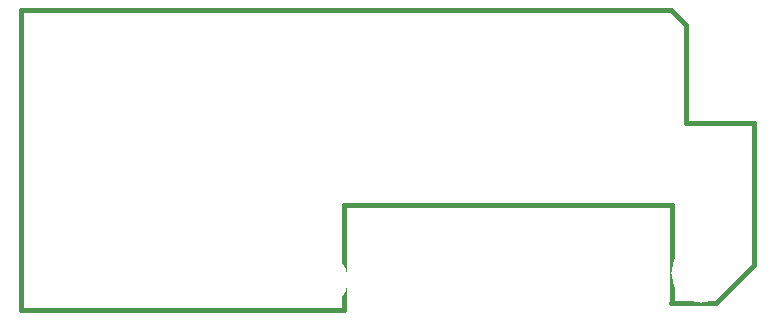
<source format=gbr>
G04 (created by PCBNEW-RS274X (2011-11-27 BZR 3249)-stable) date 13/09/2012 2:58:33 p.m.*
G01*
G70*
G90*
%MOIN*%
G04 Gerber Fmt 3.4, Leading zero omitted, Abs format*
%FSLAX34Y34*%
G04 APERTURE LIST*
%ADD10C,0.006000*%
%ADD11C,0.015000*%
%ADD12C,0.055400*%
%ADD13C,0.108600*%
%ADD14C,0.197500*%
%ADD15C,0.173900*%
%ADD16C,0.076000*%
%ADD17C,0.080000*%
%ADD18R,0.080000X0.080000*%
G04 APERTURE END LIST*
G54D10*
G54D11*
X00787Y-10236D02*
X00787Y-00232D01*
X11578Y-06748D02*
X11578Y-10193D01*
X22484Y-06748D02*
X11578Y-06748D01*
X22484Y-09982D02*
X22484Y-06748D01*
X22978Y-00732D02*
X22478Y-00232D01*
X22978Y-03982D02*
X25228Y-03982D01*
X22978Y-00732D02*
X22978Y-03982D01*
X23978Y-09982D02*
X25228Y-08732D01*
X22478Y-09982D02*
X23978Y-09982D01*
X11578Y-10222D02*
X00787Y-10222D01*
X25228Y-03982D02*
X25228Y-08732D01*
X00787Y-00232D02*
X22478Y-00232D01*
%LPC*%
G54D12*
X03622Y-08169D03*
X01890Y-08169D03*
G54D13*
X02166Y-03053D03*
G54D14*
X23478Y-08982D03*
G54D15*
X10828Y-09232D03*
G54D16*
X10398Y-03932D03*
X10398Y-01932D03*
G54D17*
X11978Y-05092D03*
X12978Y-05092D03*
X13978Y-06092D03*
X13978Y-05092D03*
G54D18*
X05538Y-02352D03*
G54D17*
X05538Y-03352D03*
X05538Y-04352D03*
X05538Y-05352D03*
G54D13*
X02264Y-04726D03*
X03445Y-03742D03*
X03347Y-02167D03*
G54D18*
X24713Y-04984D03*
G54D17*
X23713Y-04984D03*
X24713Y-05984D03*
X23713Y-05984D03*
X24713Y-06984D03*
X23713Y-06984D03*
M02*

</source>
